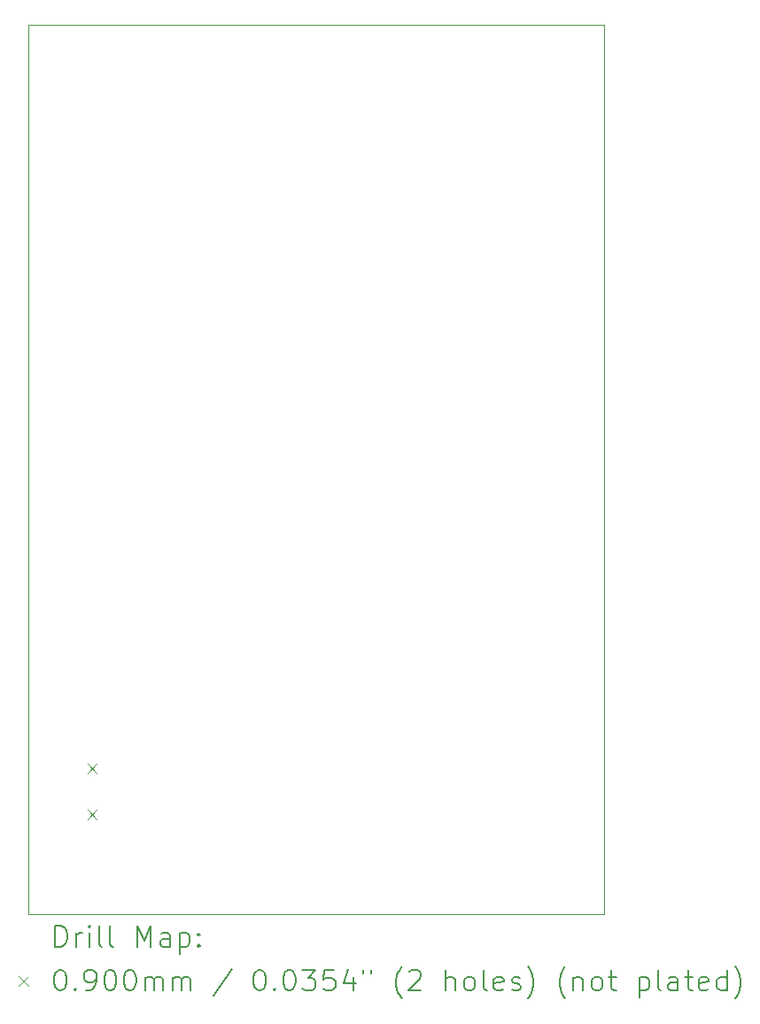
<source format=gbr>
%TF.GenerationSoftware,KiCad,Pcbnew,8.0.6*%
%TF.CreationDate,2025-02-23T18:05:16+01:00*%
%TF.ProjectId,TocBoatReceiver,546f6342-6f61-4745-9265-636569766572,rev?*%
%TF.SameCoordinates,Original*%
%TF.FileFunction,Drillmap*%
%TF.FilePolarity,Positive*%
%FSLAX45Y45*%
G04 Gerber Fmt 4.5, Leading zero omitted, Abs format (unit mm)*
G04 Created by KiCad (PCBNEW 8.0.6) date 2025-02-23 18:05:16*
%MOMM*%
%LPD*%
G01*
G04 APERTURE LIST*
%ADD10C,0.050000*%
%ADD11C,0.200000*%
%ADD12C,0.100000*%
G04 APERTURE END LIST*
D10*
X13150000Y-4900000D02*
X18650000Y-4900000D01*
X18650000Y-13400000D01*
X13150000Y-13400000D01*
X13150000Y-4900000D01*
D11*
D12*
X13715000Y-11965000D02*
X13805000Y-12055000D01*
X13805000Y-11965000D02*
X13715000Y-12055000D01*
X13715000Y-12405000D02*
X13805000Y-12495000D01*
X13805000Y-12405000D02*
X13715000Y-12495000D01*
D11*
X13408277Y-13713984D02*
X13408277Y-13513984D01*
X13408277Y-13513984D02*
X13455896Y-13513984D01*
X13455896Y-13513984D02*
X13484467Y-13523508D01*
X13484467Y-13523508D02*
X13503515Y-13542555D01*
X13503515Y-13542555D02*
X13513039Y-13561603D01*
X13513039Y-13561603D02*
X13522562Y-13599698D01*
X13522562Y-13599698D02*
X13522562Y-13628269D01*
X13522562Y-13628269D02*
X13513039Y-13666365D01*
X13513039Y-13666365D02*
X13503515Y-13685412D01*
X13503515Y-13685412D02*
X13484467Y-13704460D01*
X13484467Y-13704460D02*
X13455896Y-13713984D01*
X13455896Y-13713984D02*
X13408277Y-13713984D01*
X13608277Y-13713984D02*
X13608277Y-13580650D01*
X13608277Y-13618746D02*
X13617801Y-13599698D01*
X13617801Y-13599698D02*
X13627324Y-13590174D01*
X13627324Y-13590174D02*
X13646372Y-13580650D01*
X13646372Y-13580650D02*
X13665420Y-13580650D01*
X13732086Y-13713984D02*
X13732086Y-13580650D01*
X13732086Y-13513984D02*
X13722562Y-13523508D01*
X13722562Y-13523508D02*
X13732086Y-13533031D01*
X13732086Y-13533031D02*
X13741610Y-13523508D01*
X13741610Y-13523508D02*
X13732086Y-13513984D01*
X13732086Y-13513984D02*
X13732086Y-13533031D01*
X13855896Y-13713984D02*
X13836848Y-13704460D01*
X13836848Y-13704460D02*
X13827324Y-13685412D01*
X13827324Y-13685412D02*
X13827324Y-13513984D01*
X13960658Y-13713984D02*
X13941610Y-13704460D01*
X13941610Y-13704460D02*
X13932086Y-13685412D01*
X13932086Y-13685412D02*
X13932086Y-13513984D01*
X14189229Y-13713984D02*
X14189229Y-13513984D01*
X14189229Y-13513984D02*
X14255896Y-13656841D01*
X14255896Y-13656841D02*
X14322562Y-13513984D01*
X14322562Y-13513984D02*
X14322562Y-13713984D01*
X14503515Y-13713984D02*
X14503515Y-13609222D01*
X14503515Y-13609222D02*
X14493991Y-13590174D01*
X14493991Y-13590174D02*
X14474943Y-13580650D01*
X14474943Y-13580650D02*
X14436848Y-13580650D01*
X14436848Y-13580650D02*
X14417801Y-13590174D01*
X14503515Y-13704460D02*
X14484467Y-13713984D01*
X14484467Y-13713984D02*
X14436848Y-13713984D01*
X14436848Y-13713984D02*
X14417801Y-13704460D01*
X14417801Y-13704460D02*
X14408277Y-13685412D01*
X14408277Y-13685412D02*
X14408277Y-13666365D01*
X14408277Y-13666365D02*
X14417801Y-13647317D01*
X14417801Y-13647317D02*
X14436848Y-13637793D01*
X14436848Y-13637793D02*
X14484467Y-13637793D01*
X14484467Y-13637793D02*
X14503515Y-13628269D01*
X14598753Y-13580650D02*
X14598753Y-13780650D01*
X14598753Y-13590174D02*
X14617801Y-13580650D01*
X14617801Y-13580650D02*
X14655896Y-13580650D01*
X14655896Y-13580650D02*
X14674943Y-13590174D01*
X14674943Y-13590174D02*
X14684467Y-13599698D01*
X14684467Y-13599698D02*
X14693991Y-13618746D01*
X14693991Y-13618746D02*
X14693991Y-13675888D01*
X14693991Y-13675888D02*
X14684467Y-13694936D01*
X14684467Y-13694936D02*
X14674943Y-13704460D01*
X14674943Y-13704460D02*
X14655896Y-13713984D01*
X14655896Y-13713984D02*
X14617801Y-13713984D01*
X14617801Y-13713984D02*
X14598753Y-13704460D01*
X14779705Y-13694936D02*
X14789229Y-13704460D01*
X14789229Y-13704460D02*
X14779705Y-13713984D01*
X14779705Y-13713984D02*
X14770182Y-13704460D01*
X14770182Y-13704460D02*
X14779705Y-13694936D01*
X14779705Y-13694936D02*
X14779705Y-13713984D01*
X14779705Y-13590174D02*
X14789229Y-13599698D01*
X14789229Y-13599698D02*
X14779705Y-13609222D01*
X14779705Y-13609222D02*
X14770182Y-13599698D01*
X14770182Y-13599698D02*
X14779705Y-13590174D01*
X14779705Y-13590174D02*
X14779705Y-13609222D01*
D12*
X13057500Y-13997500D02*
X13147500Y-14087500D01*
X13147500Y-13997500D02*
X13057500Y-14087500D01*
D11*
X13446372Y-13933984D02*
X13465420Y-13933984D01*
X13465420Y-13933984D02*
X13484467Y-13943508D01*
X13484467Y-13943508D02*
X13493991Y-13953031D01*
X13493991Y-13953031D02*
X13503515Y-13972079D01*
X13503515Y-13972079D02*
X13513039Y-14010174D01*
X13513039Y-14010174D02*
X13513039Y-14057793D01*
X13513039Y-14057793D02*
X13503515Y-14095888D01*
X13503515Y-14095888D02*
X13493991Y-14114936D01*
X13493991Y-14114936D02*
X13484467Y-14124460D01*
X13484467Y-14124460D02*
X13465420Y-14133984D01*
X13465420Y-14133984D02*
X13446372Y-14133984D01*
X13446372Y-14133984D02*
X13427324Y-14124460D01*
X13427324Y-14124460D02*
X13417801Y-14114936D01*
X13417801Y-14114936D02*
X13408277Y-14095888D01*
X13408277Y-14095888D02*
X13398753Y-14057793D01*
X13398753Y-14057793D02*
X13398753Y-14010174D01*
X13398753Y-14010174D02*
X13408277Y-13972079D01*
X13408277Y-13972079D02*
X13417801Y-13953031D01*
X13417801Y-13953031D02*
X13427324Y-13943508D01*
X13427324Y-13943508D02*
X13446372Y-13933984D01*
X13598753Y-14114936D02*
X13608277Y-14124460D01*
X13608277Y-14124460D02*
X13598753Y-14133984D01*
X13598753Y-14133984D02*
X13589229Y-14124460D01*
X13589229Y-14124460D02*
X13598753Y-14114936D01*
X13598753Y-14114936D02*
X13598753Y-14133984D01*
X13703515Y-14133984D02*
X13741610Y-14133984D01*
X13741610Y-14133984D02*
X13760658Y-14124460D01*
X13760658Y-14124460D02*
X13770182Y-14114936D01*
X13770182Y-14114936D02*
X13789229Y-14086365D01*
X13789229Y-14086365D02*
X13798753Y-14048269D01*
X13798753Y-14048269D02*
X13798753Y-13972079D01*
X13798753Y-13972079D02*
X13789229Y-13953031D01*
X13789229Y-13953031D02*
X13779705Y-13943508D01*
X13779705Y-13943508D02*
X13760658Y-13933984D01*
X13760658Y-13933984D02*
X13722562Y-13933984D01*
X13722562Y-13933984D02*
X13703515Y-13943508D01*
X13703515Y-13943508D02*
X13693991Y-13953031D01*
X13693991Y-13953031D02*
X13684467Y-13972079D01*
X13684467Y-13972079D02*
X13684467Y-14019698D01*
X13684467Y-14019698D02*
X13693991Y-14038746D01*
X13693991Y-14038746D02*
X13703515Y-14048269D01*
X13703515Y-14048269D02*
X13722562Y-14057793D01*
X13722562Y-14057793D02*
X13760658Y-14057793D01*
X13760658Y-14057793D02*
X13779705Y-14048269D01*
X13779705Y-14048269D02*
X13789229Y-14038746D01*
X13789229Y-14038746D02*
X13798753Y-14019698D01*
X13922562Y-13933984D02*
X13941610Y-13933984D01*
X13941610Y-13933984D02*
X13960658Y-13943508D01*
X13960658Y-13943508D02*
X13970182Y-13953031D01*
X13970182Y-13953031D02*
X13979705Y-13972079D01*
X13979705Y-13972079D02*
X13989229Y-14010174D01*
X13989229Y-14010174D02*
X13989229Y-14057793D01*
X13989229Y-14057793D02*
X13979705Y-14095888D01*
X13979705Y-14095888D02*
X13970182Y-14114936D01*
X13970182Y-14114936D02*
X13960658Y-14124460D01*
X13960658Y-14124460D02*
X13941610Y-14133984D01*
X13941610Y-14133984D02*
X13922562Y-14133984D01*
X13922562Y-14133984D02*
X13903515Y-14124460D01*
X13903515Y-14124460D02*
X13893991Y-14114936D01*
X13893991Y-14114936D02*
X13884467Y-14095888D01*
X13884467Y-14095888D02*
X13874943Y-14057793D01*
X13874943Y-14057793D02*
X13874943Y-14010174D01*
X13874943Y-14010174D02*
X13884467Y-13972079D01*
X13884467Y-13972079D02*
X13893991Y-13953031D01*
X13893991Y-13953031D02*
X13903515Y-13943508D01*
X13903515Y-13943508D02*
X13922562Y-13933984D01*
X14113039Y-13933984D02*
X14132086Y-13933984D01*
X14132086Y-13933984D02*
X14151134Y-13943508D01*
X14151134Y-13943508D02*
X14160658Y-13953031D01*
X14160658Y-13953031D02*
X14170182Y-13972079D01*
X14170182Y-13972079D02*
X14179705Y-14010174D01*
X14179705Y-14010174D02*
X14179705Y-14057793D01*
X14179705Y-14057793D02*
X14170182Y-14095888D01*
X14170182Y-14095888D02*
X14160658Y-14114936D01*
X14160658Y-14114936D02*
X14151134Y-14124460D01*
X14151134Y-14124460D02*
X14132086Y-14133984D01*
X14132086Y-14133984D02*
X14113039Y-14133984D01*
X14113039Y-14133984D02*
X14093991Y-14124460D01*
X14093991Y-14124460D02*
X14084467Y-14114936D01*
X14084467Y-14114936D02*
X14074943Y-14095888D01*
X14074943Y-14095888D02*
X14065420Y-14057793D01*
X14065420Y-14057793D02*
X14065420Y-14010174D01*
X14065420Y-14010174D02*
X14074943Y-13972079D01*
X14074943Y-13972079D02*
X14084467Y-13953031D01*
X14084467Y-13953031D02*
X14093991Y-13943508D01*
X14093991Y-13943508D02*
X14113039Y-13933984D01*
X14265420Y-14133984D02*
X14265420Y-14000650D01*
X14265420Y-14019698D02*
X14274943Y-14010174D01*
X14274943Y-14010174D02*
X14293991Y-14000650D01*
X14293991Y-14000650D02*
X14322563Y-14000650D01*
X14322563Y-14000650D02*
X14341610Y-14010174D01*
X14341610Y-14010174D02*
X14351134Y-14029222D01*
X14351134Y-14029222D02*
X14351134Y-14133984D01*
X14351134Y-14029222D02*
X14360658Y-14010174D01*
X14360658Y-14010174D02*
X14379705Y-14000650D01*
X14379705Y-14000650D02*
X14408277Y-14000650D01*
X14408277Y-14000650D02*
X14427324Y-14010174D01*
X14427324Y-14010174D02*
X14436848Y-14029222D01*
X14436848Y-14029222D02*
X14436848Y-14133984D01*
X14532086Y-14133984D02*
X14532086Y-14000650D01*
X14532086Y-14019698D02*
X14541610Y-14010174D01*
X14541610Y-14010174D02*
X14560658Y-14000650D01*
X14560658Y-14000650D02*
X14589229Y-14000650D01*
X14589229Y-14000650D02*
X14608277Y-14010174D01*
X14608277Y-14010174D02*
X14617801Y-14029222D01*
X14617801Y-14029222D02*
X14617801Y-14133984D01*
X14617801Y-14029222D02*
X14627324Y-14010174D01*
X14627324Y-14010174D02*
X14646372Y-14000650D01*
X14646372Y-14000650D02*
X14674943Y-14000650D01*
X14674943Y-14000650D02*
X14693991Y-14010174D01*
X14693991Y-14010174D02*
X14703515Y-14029222D01*
X14703515Y-14029222D02*
X14703515Y-14133984D01*
X15093991Y-13924460D02*
X14922563Y-14181603D01*
X15351134Y-13933984D02*
X15370182Y-13933984D01*
X15370182Y-13933984D02*
X15389229Y-13943508D01*
X15389229Y-13943508D02*
X15398753Y-13953031D01*
X15398753Y-13953031D02*
X15408277Y-13972079D01*
X15408277Y-13972079D02*
X15417801Y-14010174D01*
X15417801Y-14010174D02*
X15417801Y-14057793D01*
X15417801Y-14057793D02*
X15408277Y-14095888D01*
X15408277Y-14095888D02*
X15398753Y-14114936D01*
X15398753Y-14114936D02*
X15389229Y-14124460D01*
X15389229Y-14124460D02*
X15370182Y-14133984D01*
X15370182Y-14133984D02*
X15351134Y-14133984D01*
X15351134Y-14133984D02*
X15332086Y-14124460D01*
X15332086Y-14124460D02*
X15322563Y-14114936D01*
X15322563Y-14114936D02*
X15313039Y-14095888D01*
X15313039Y-14095888D02*
X15303515Y-14057793D01*
X15303515Y-14057793D02*
X15303515Y-14010174D01*
X15303515Y-14010174D02*
X15313039Y-13972079D01*
X15313039Y-13972079D02*
X15322563Y-13953031D01*
X15322563Y-13953031D02*
X15332086Y-13943508D01*
X15332086Y-13943508D02*
X15351134Y-13933984D01*
X15503515Y-14114936D02*
X15513039Y-14124460D01*
X15513039Y-14124460D02*
X15503515Y-14133984D01*
X15503515Y-14133984D02*
X15493991Y-14124460D01*
X15493991Y-14124460D02*
X15503515Y-14114936D01*
X15503515Y-14114936D02*
X15503515Y-14133984D01*
X15636848Y-13933984D02*
X15655896Y-13933984D01*
X15655896Y-13933984D02*
X15674944Y-13943508D01*
X15674944Y-13943508D02*
X15684467Y-13953031D01*
X15684467Y-13953031D02*
X15693991Y-13972079D01*
X15693991Y-13972079D02*
X15703515Y-14010174D01*
X15703515Y-14010174D02*
X15703515Y-14057793D01*
X15703515Y-14057793D02*
X15693991Y-14095888D01*
X15693991Y-14095888D02*
X15684467Y-14114936D01*
X15684467Y-14114936D02*
X15674944Y-14124460D01*
X15674944Y-14124460D02*
X15655896Y-14133984D01*
X15655896Y-14133984D02*
X15636848Y-14133984D01*
X15636848Y-14133984D02*
X15617801Y-14124460D01*
X15617801Y-14124460D02*
X15608277Y-14114936D01*
X15608277Y-14114936D02*
X15598753Y-14095888D01*
X15598753Y-14095888D02*
X15589229Y-14057793D01*
X15589229Y-14057793D02*
X15589229Y-14010174D01*
X15589229Y-14010174D02*
X15598753Y-13972079D01*
X15598753Y-13972079D02*
X15608277Y-13953031D01*
X15608277Y-13953031D02*
X15617801Y-13943508D01*
X15617801Y-13943508D02*
X15636848Y-13933984D01*
X15770182Y-13933984D02*
X15893991Y-13933984D01*
X15893991Y-13933984D02*
X15827325Y-14010174D01*
X15827325Y-14010174D02*
X15855896Y-14010174D01*
X15855896Y-14010174D02*
X15874944Y-14019698D01*
X15874944Y-14019698D02*
X15884467Y-14029222D01*
X15884467Y-14029222D02*
X15893991Y-14048269D01*
X15893991Y-14048269D02*
X15893991Y-14095888D01*
X15893991Y-14095888D02*
X15884467Y-14114936D01*
X15884467Y-14114936D02*
X15874944Y-14124460D01*
X15874944Y-14124460D02*
X15855896Y-14133984D01*
X15855896Y-14133984D02*
X15798753Y-14133984D01*
X15798753Y-14133984D02*
X15779706Y-14124460D01*
X15779706Y-14124460D02*
X15770182Y-14114936D01*
X16074944Y-13933984D02*
X15979706Y-13933984D01*
X15979706Y-13933984D02*
X15970182Y-14029222D01*
X15970182Y-14029222D02*
X15979706Y-14019698D01*
X15979706Y-14019698D02*
X15998753Y-14010174D01*
X15998753Y-14010174D02*
X16046372Y-14010174D01*
X16046372Y-14010174D02*
X16065420Y-14019698D01*
X16065420Y-14019698D02*
X16074944Y-14029222D01*
X16074944Y-14029222D02*
X16084467Y-14048269D01*
X16084467Y-14048269D02*
X16084467Y-14095888D01*
X16084467Y-14095888D02*
X16074944Y-14114936D01*
X16074944Y-14114936D02*
X16065420Y-14124460D01*
X16065420Y-14124460D02*
X16046372Y-14133984D01*
X16046372Y-14133984D02*
X15998753Y-14133984D01*
X15998753Y-14133984D02*
X15979706Y-14124460D01*
X15979706Y-14124460D02*
X15970182Y-14114936D01*
X16255896Y-14000650D02*
X16255896Y-14133984D01*
X16208277Y-13924460D02*
X16160658Y-14067317D01*
X16160658Y-14067317D02*
X16284467Y-14067317D01*
X16351134Y-13933984D02*
X16351134Y-13972079D01*
X16427325Y-13933984D02*
X16427325Y-13972079D01*
X16722563Y-14210174D02*
X16713039Y-14200650D01*
X16713039Y-14200650D02*
X16693991Y-14172079D01*
X16693991Y-14172079D02*
X16684468Y-14153031D01*
X16684468Y-14153031D02*
X16674944Y-14124460D01*
X16674944Y-14124460D02*
X16665420Y-14076841D01*
X16665420Y-14076841D02*
X16665420Y-14038746D01*
X16665420Y-14038746D02*
X16674944Y-13991127D01*
X16674944Y-13991127D02*
X16684468Y-13962555D01*
X16684468Y-13962555D02*
X16693991Y-13943508D01*
X16693991Y-13943508D02*
X16713039Y-13914936D01*
X16713039Y-13914936D02*
X16722563Y-13905412D01*
X16789230Y-13953031D02*
X16798753Y-13943508D01*
X16798753Y-13943508D02*
X16817801Y-13933984D01*
X16817801Y-13933984D02*
X16865420Y-13933984D01*
X16865420Y-13933984D02*
X16884468Y-13943508D01*
X16884468Y-13943508D02*
X16893991Y-13953031D01*
X16893991Y-13953031D02*
X16903515Y-13972079D01*
X16903515Y-13972079D02*
X16903515Y-13991127D01*
X16903515Y-13991127D02*
X16893991Y-14019698D01*
X16893991Y-14019698D02*
X16779706Y-14133984D01*
X16779706Y-14133984D02*
X16903515Y-14133984D01*
X17141611Y-14133984D02*
X17141611Y-13933984D01*
X17227325Y-14133984D02*
X17227325Y-14029222D01*
X17227325Y-14029222D02*
X17217801Y-14010174D01*
X17217801Y-14010174D02*
X17198753Y-14000650D01*
X17198753Y-14000650D02*
X17170182Y-14000650D01*
X17170182Y-14000650D02*
X17151134Y-14010174D01*
X17151134Y-14010174D02*
X17141611Y-14019698D01*
X17351134Y-14133984D02*
X17332087Y-14124460D01*
X17332087Y-14124460D02*
X17322563Y-14114936D01*
X17322563Y-14114936D02*
X17313039Y-14095888D01*
X17313039Y-14095888D02*
X17313039Y-14038746D01*
X17313039Y-14038746D02*
X17322563Y-14019698D01*
X17322563Y-14019698D02*
X17332087Y-14010174D01*
X17332087Y-14010174D02*
X17351134Y-14000650D01*
X17351134Y-14000650D02*
X17379706Y-14000650D01*
X17379706Y-14000650D02*
X17398753Y-14010174D01*
X17398753Y-14010174D02*
X17408277Y-14019698D01*
X17408277Y-14019698D02*
X17417801Y-14038746D01*
X17417801Y-14038746D02*
X17417801Y-14095888D01*
X17417801Y-14095888D02*
X17408277Y-14114936D01*
X17408277Y-14114936D02*
X17398753Y-14124460D01*
X17398753Y-14124460D02*
X17379706Y-14133984D01*
X17379706Y-14133984D02*
X17351134Y-14133984D01*
X17532087Y-14133984D02*
X17513039Y-14124460D01*
X17513039Y-14124460D02*
X17503515Y-14105412D01*
X17503515Y-14105412D02*
X17503515Y-13933984D01*
X17684468Y-14124460D02*
X17665420Y-14133984D01*
X17665420Y-14133984D02*
X17627325Y-14133984D01*
X17627325Y-14133984D02*
X17608277Y-14124460D01*
X17608277Y-14124460D02*
X17598753Y-14105412D01*
X17598753Y-14105412D02*
X17598753Y-14029222D01*
X17598753Y-14029222D02*
X17608277Y-14010174D01*
X17608277Y-14010174D02*
X17627325Y-14000650D01*
X17627325Y-14000650D02*
X17665420Y-14000650D01*
X17665420Y-14000650D02*
X17684468Y-14010174D01*
X17684468Y-14010174D02*
X17693992Y-14029222D01*
X17693992Y-14029222D02*
X17693992Y-14048269D01*
X17693992Y-14048269D02*
X17598753Y-14067317D01*
X17770182Y-14124460D02*
X17789230Y-14133984D01*
X17789230Y-14133984D02*
X17827325Y-14133984D01*
X17827325Y-14133984D02*
X17846373Y-14124460D01*
X17846373Y-14124460D02*
X17855896Y-14105412D01*
X17855896Y-14105412D02*
X17855896Y-14095888D01*
X17855896Y-14095888D02*
X17846373Y-14076841D01*
X17846373Y-14076841D02*
X17827325Y-14067317D01*
X17827325Y-14067317D02*
X17798753Y-14067317D01*
X17798753Y-14067317D02*
X17779706Y-14057793D01*
X17779706Y-14057793D02*
X17770182Y-14038746D01*
X17770182Y-14038746D02*
X17770182Y-14029222D01*
X17770182Y-14029222D02*
X17779706Y-14010174D01*
X17779706Y-14010174D02*
X17798753Y-14000650D01*
X17798753Y-14000650D02*
X17827325Y-14000650D01*
X17827325Y-14000650D02*
X17846373Y-14010174D01*
X17922563Y-14210174D02*
X17932087Y-14200650D01*
X17932087Y-14200650D02*
X17951134Y-14172079D01*
X17951134Y-14172079D02*
X17960658Y-14153031D01*
X17960658Y-14153031D02*
X17970182Y-14124460D01*
X17970182Y-14124460D02*
X17979706Y-14076841D01*
X17979706Y-14076841D02*
X17979706Y-14038746D01*
X17979706Y-14038746D02*
X17970182Y-13991127D01*
X17970182Y-13991127D02*
X17960658Y-13962555D01*
X17960658Y-13962555D02*
X17951134Y-13943508D01*
X17951134Y-13943508D02*
X17932087Y-13914936D01*
X17932087Y-13914936D02*
X17922563Y-13905412D01*
X18284468Y-14210174D02*
X18274944Y-14200650D01*
X18274944Y-14200650D02*
X18255896Y-14172079D01*
X18255896Y-14172079D02*
X18246373Y-14153031D01*
X18246373Y-14153031D02*
X18236849Y-14124460D01*
X18236849Y-14124460D02*
X18227325Y-14076841D01*
X18227325Y-14076841D02*
X18227325Y-14038746D01*
X18227325Y-14038746D02*
X18236849Y-13991127D01*
X18236849Y-13991127D02*
X18246373Y-13962555D01*
X18246373Y-13962555D02*
X18255896Y-13943508D01*
X18255896Y-13943508D02*
X18274944Y-13914936D01*
X18274944Y-13914936D02*
X18284468Y-13905412D01*
X18360658Y-14000650D02*
X18360658Y-14133984D01*
X18360658Y-14019698D02*
X18370182Y-14010174D01*
X18370182Y-14010174D02*
X18389230Y-14000650D01*
X18389230Y-14000650D02*
X18417801Y-14000650D01*
X18417801Y-14000650D02*
X18436849Y-14010174D01*
X18436849Y-14010174D02*
X18446373Y-14029222D01*
X18446373Y-14029222D02*
X18446373Y-14133984D01*
X18570182Y-14133984D02*
X18551134Y-14124460D01*
X18551134Y-14124460D02*
X18541611Y-14114936D01*
X18541611Y-14114936D02*
X18532087Y-14095888D01*
X18532087Y-14095888D02*
X18532087Y-14038746D01*
X18532087Y-14038746D02*
X18541611Y-14019698D01*
X18541611Y-14019698D02*
X18551134Y-14010174D01*
X18551134Y-14010174D02*
X18570182Y-14000650D01*
X18570182Y-14000650D02*
X18598754Y-14000650D01*
X18598754Y-14000650D02*
X18617801Y-14010174D01*
X18617801Y-14010174D02*
X18627325Y-14019698D01*
X18627325Y-14019698D02*
X18636849Y-14038746D01*
X18636849Y-14038746D02*
X18636849Y-14095888D01*
X18636849Y-14095888D02*
X18627325Y-14114936D01*
X18627325Y-14114936D02*
X18617801Y-14124460D01*
X18617801Y-14124460D02*
X18598754Y-14133984D01*
X18598754Y-14133984D02*
X18570182Y-14133984D01*
X18693992Y-14000650D02*
X18770182Y-14000650D01*
X18722563Y-13933984D02*
X18722563Y-14105412D01*
X18722563Y-14105412D02*
X18732087Y-14124460D01*
X18732087Y-14124460D02*
X18751134Y-14133984D01*
X18751134Y-14133984D02*
X18770182Y-14133984D01*
X18989230Y-14000650D02*
X18989230Y-14200650D01*
X18989230Y-14010174D02*
X19008277Y-14000650D01*
X19008277Y-14000650D02*
X19046373Y-14000650D01*
X19046373Y-14000650D02*
X19065420Y-14010174D01*
X19065420Y-14010174D02*
X19074944Y-14019698D01*
X19074944Y-14019698D02*
X19084468Y-14038746D01*
X19084468Y-14038746D02*
X19084468Y-14095888D01*
X19084468Y-14095888D02*
X19074944Y-14114936D01*
X19074944Y-14114936D02*
X19065420Y-14124460D01*
X19065420Y-14124460D02*
X19046373Y-14133984D01*
X19046373Y-14133984D02*
X19008277Y-14133984D01*
X19008277Y-14133984D02*
X18989230Y-14124460D01*
X19198754Y-14133984D02*
X19179706Y-14124460D01*
X19179706Y-14124460D02*
X19170182Y-14105412D01*
X19170182Y-14105412D02*
X19170182Y-13933984D01*
X19360658Y-14133984D02*
X19360658Y-14029222D01*
X19360658Y-14029222D02*
X19351135Y-14010174D01*
X19351135Y-14010174D02*
X19332087Y-14000650D01*
X19332087Y-14000650D02*
X19293992Y-14000650D01*
X19293992Y-14000650D02*
X19274944Y-14010174D01*
X19360658Y-14124460D02*
X19341611Y-14133984D01*
X19341611Y-14133984D02*
X19293992Y-14133984D01*
X19293992Y-14133984D02*
X19274944Y-14124460D01*
X19274944Y-14124460D02*
X19265420Y-14105412D01*
X19265420Y-14105412D02*
X19265420Y-14086365D01*
X19265420Y-14086365D02*
X19274944Y-14067317D01*
X19274944Y-14067317D02*
X19293992Y-14057793D01*
X19293992Y-14057793D02*
X19341611Y-14057793D01*
X19341611Y-14057793D02*
X19360658Y-14048269D01*
X19427325Y-14000650D02*
X19503515Y-14000650D01*
X19455896Y-13933984D02*
X19455896Y-14105412D01*
X19455896Y-14105412D02*
X19465420Y-14124460D01*
X19465420Y-14124460D02*
X19484468Y-14133984D01*
X19484468Y-14133984D02*
X19503515Y-14133984D01*
X19646373Y-14124460D02*
X19627325Y-14133984D01*
X19627325Y-14133984D02*
X19589230Y-14133984D01*
X19589230Y-14133984D02*
X19570182Y-14124460D01*
X19570182Y-14124460D02*
X19560658Y-14105412D01*
X19560658Y-14105412D02*
X19560658Y-14029222D01*
X19560658Y-14029222D02*
X19570182Y-14010174D01*
X19570182Y-14010174D02*
X19589230Y-14000650D01*
X19589230Y-14000650D02*
X19627325Y-14000650D01*
X19627325Y-14000650D02*
X19646373Y-14010174D01*
X19646373Y-14010174D02*
X19655896Y-14029222D01*
X19655896Y-14029222D02*
X19655896Y-14048269D01*
X19655896Y-14048269D02*
X19560658Y-14067317D01*
X19827325Y-14133984D02*
X19827325Y-13933984D01*
X19827325Y-14124460D02*
X19808277Y-14133984D01*
X19808277Y-14133984D02*
X19770182Y-14133984D01*
X19770182Y-14133984D02*
X19751135Y-14124460D01*
X19751135Y-14124460D02*
X19741611Y-14114936D01*
X19741611Y-14114936D02*
X19732087Y-14095888D01*
X19732087Y-14095888D02*
X19732087Y-14038746D01*
X19732087Y-14038746D02*
X19741611Y-14019698D01*
X19741611Y-14019698D02*
X19751135Y-14010174D01*
X19751135Y-14010174D02*
X19770182Y-14000650D01*
X19770182Y-14000650D02*
X19808277Y-14000650D01*
X19808277Y-14000650D02*
X19827325Y-14010174D01*
X19903516Y-14210174D02*
X19913039Y-14200650D01*
X19913039Y-14200650D02*
X19932087Y-14172079D01*
X19932087Y-14172079D02*
X19941611Y-14153031D01*
X19941611Y-14153031D02*
X19951135Y-14124460D01*
X19951135Y-14124460D02*
X19960658Y-14076841D01*
X19960658Y-14076841D02*
X19960658Y-14038746D01*
X19960658Y-14038746D02*
X19951135Y-13991127D01*
X19951135Y-13991127D02*
X19941611Y-13962555D01*
X19941611Y-13962555D02*
X19932087Y-13943508D01*
X19932087Y-13943508D02*
X19913039Y-13914936D01*
X19913039Y-13914936D02*
X19903516Y-13905412D01*
M02*

</source>
